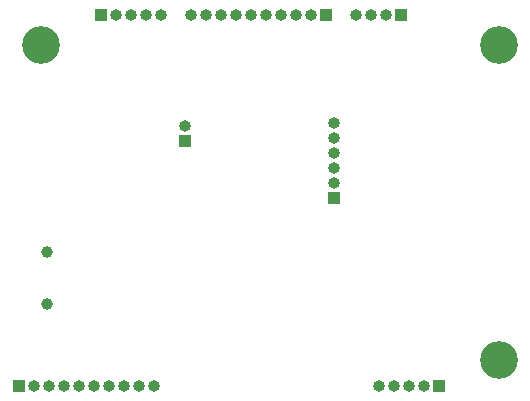
<source format=gbr>
%TF.GenerationSoftware,KiCad,Pcbnew,(6.0.0)*%
%TF.CreationDate,2022-03-07T15:46:10+00:00*%
%TF.ProjectId,ISOpowerWiFi_PCB,49534f70-6f77-4657-9257-6946695f5043,rev?*%
%TF.SameCoordinates,Original*%
%TF.FileFunction,Soldermask,Bot*%
%TF.FilePolarity,Negative*%
%FSLAX46Y46*%
G04 Gerber Fmt 4.6, Leading zero omitted, Abs format (unit mm)*
G04 Created by KiCad (PCBNEW (6.0.0)) date 2022-03-07 15:46:10*
%MOMM*%
%LPD*%
G01*
G04 APERTURE LIST*
%ADD10R,1.000000X1.000000*%
%ADD11O,1.000000X1.000000*%
%ADD12C,3.200000*%
%ADD13C,1.000000*%
G04 APERTURE END LIST*
D10*
%TO.C,J2*%
X160538000Y-108359043D03*
D11*
X159268000Y-108359043D03*
X157998000Y-108359043D03*
X156728000Y-108359043D03*
X155458000Y-108359043D03*
%TD*%
D12*
%TO.C,H10*%
X165608000Y-106221543D03*
%TD*%
D13*
%TO.C,J20*%
X127348000Y-101436543D03*
X127348000Y-97036543D03*
%TD*%
D10*
%TO.C,J7*%
X131943000Y-77011543D03*
D11*
X133213000Y-77011543D03*
X134483000Y-77011543D03*
X135753000Y-77011543D03*
X137023000Y-77011543D03*
%TD*%
D12*
%TO.C,H5*%
X165608000Y-79551543D03*
%TD*%
D10*
%TO.C,J3*%
X157353000Y-77011543D03*
D11*
X156083000Y-77011543D03*
X154813000Y-77011543D03*
X153543000Y-77011543D03*
%TD*%
D10*
%TO.C,J5*%
X151003000Y-77011543D03*
D11*
X149733000Y-77011543D03*
X148463000Y-77011543D03*
X147193000Y-77011543D03*
X145923000Y-77011543D03*
X144653000Y-77011543D03*
X143383000Y-77011543D03*
X142113000Y-77011543D03*
X140843000Y-77011543D03*
X139573000Y-77011543D03*
%TD*%
D10*
%TO.C,J1*%
X139065000Y-87630000D03*
D11*
X139065000Y-86360000D03*
%TD*%
D10*
%TO.C,J4*%
X151638000Y-92484043D03*
D11*
X151638000Y-91214043D03*
X151638000Y-89944043D03*
X151638000Y-88674043D03*
X151638000Y-87404043D03*
X151638000Y-86134043D03*
%TD*%
D12*
%TO.C,H6*%
X126873000Y-79551543D03*
%TD*%
D10*
%TO.C,J19*%
X124968000Y-108359043D03*
D11*
X126238000Y-108359043D03*
X127508000Y-108359043D03*
X128778000Y-108359043D03*
X130048000Y-108359043D03*
X131318000Y-108359043D03*
X132588000Y-108359043D03*
X133858000Y-108359043D03*
X135128000Y-108359043D03*
X136398000Y-108359043D03*
%TD*%
M02*

</source>
